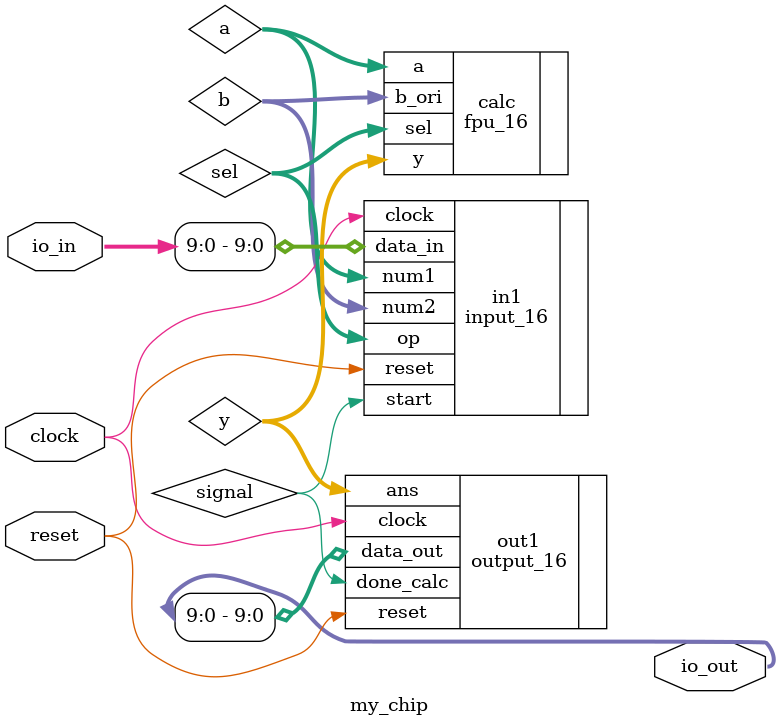
<source format=sv>
`default_nettype none

module my_chip (
    input logic [11:0] io_in, // Inputs to your chip
    output logic [11:0] io_out, // Outputs from your chip
    input logic clock,
    input logic reset // Important: Reset is ACTIVE-HIGH
);

    logic [15:0] a, b, y;
    logic [3:0] sel;
    logic signal;

    input_16 in1(.clock, .reset, .data_in(io_in[9:0]), .num1(a), .num2(b), .op(sel), .start(signal));
    fpu_16 calc(.a, .b_ori(b), .sel, .y);
    output_16 out1(.clock, .reset, .ans(y), .done_calc(signal), .data_out(io_out[9:0]));


endmodule

</source>
